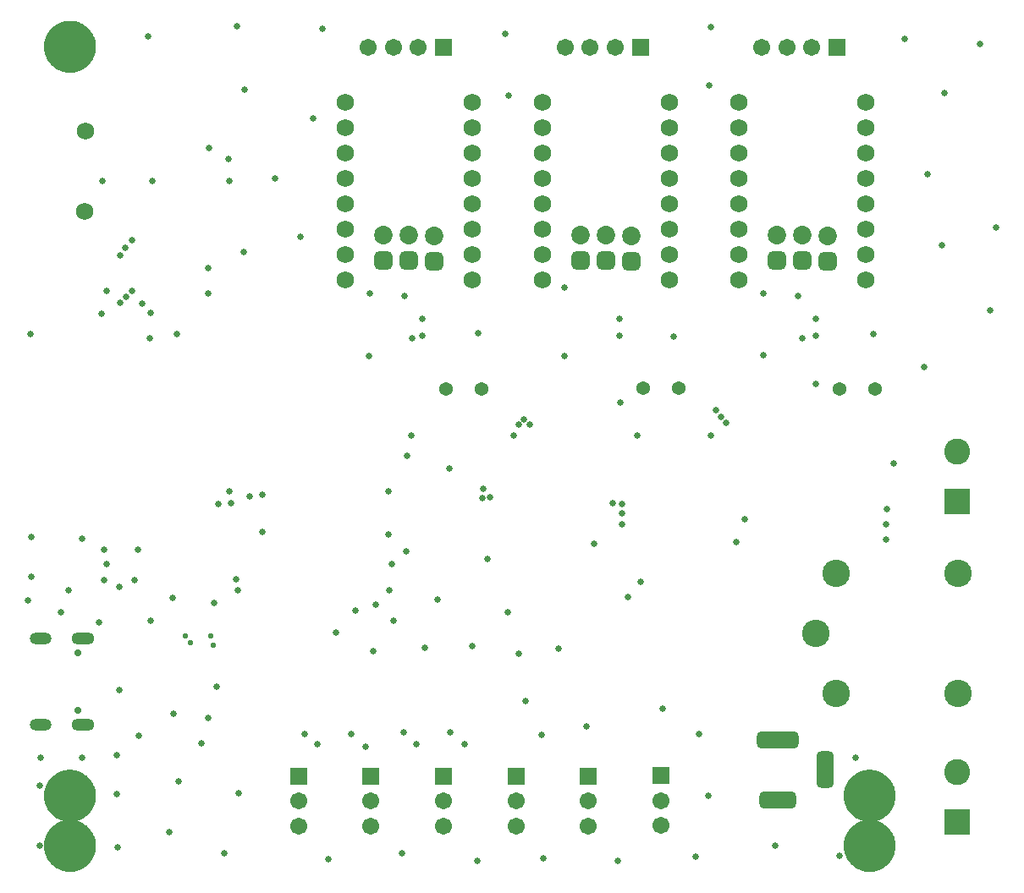
<source format=gbs>
G04*
G04 #@! TF.GenerationSoftware,Altium Limited,Altium Designer,24.10.1 (45)*
G04*
G04 Layer_Color=16711935*
%FSLAX44Y44*%
%MOMM*%
G71*
G04*
G04 #@! TF.SameCoordinates,0EDCD7A5-6BC7-414E-B131-C269EAA69737*
G04*
G04*
G04 #@! TF.FilePolarity,Negative*
G04*
G01*
G75*
%ADD74C,1.3716*%
%ADD75C,1.8542*%
G04:AMPARAMS|DCode=76|XSize=1.8542mm|YSize=1.8542mm|CornerRadius=0.5143mm|HoleSize=0mm|Usage=FLASHONLY|Rotation=90.000|XOffset=0mm|YOffset=0mm|HoleType=Round|Shape=RoundedRectangle|*
%AMROUNDEDRECTD76*
21,1,1.8542,0.8255,0,0,90.0*
21,1,0.8255,1.8542,0,0,90.0*
1,1,1.0287,0.4128,0.4128*
1,1,1.0287,0.4128,-0.4128*
1,1,1.0287,-0.4128,-0.4128*
1,1,1.0287,-0.4128,0.4128*
%
%ADD76ROUNDEDRECTD76*%
%ADD77C,1.7524*%
%ADD78C,2.7432*%
%ADD79R,2.6032X2.6032*%
%ADD80C,2.6032*%
%ADD81C,1.7272*%
%ADD82C,1.7112*%
%ADD83R,1.7112X1.7112*%
G04:AMPARAMS|DCode=84|XSize=1.7032mm|YSize=3.7032mm|CornerRadius=0.4766mm|HoleSize=0mm|Usage=FLASHONLY|Rotation=0.000|XOffset=0mm|YOffset=0mm|HoleType=Round|Shape=RoundedRectangle|*
%AMROUNDEDRECTD84*
21,1,1.7032,2.7500,0,0,0.0*
21,1,0.7500,3.7032,0,0,0.0*
1,1,0.9532,0.3750,-1.3750*
1,1,0.9532,-0.3750,-1.3750*
1,1,0.9532,-0.3750,1.3750*
1,1,0.9532,0.3750,1.3750*
%
%ADD84ROUNDEDRECTD84*%
G04:AMPARAMS|DCode=85|XSize=1.7032mm|YSize=3.7032mm|CornerRadius=0.4766mm|HoleSize=0mm|Usage=FLASHONLY|Rotation=270.000|XOffset=0mm|YOffset=0mm|HoleType=Round|Shape=RoundedRectangle|*
%AMROUNDEDRECTD85*
21,1,1.7032,2.7500,0,0,270.0*
21,1,0.7500,3.7032,0,0,270.0*
1,1,0.9532,-1.3750,-0.3750*
1,1,0.9532,-1.3750,0.3750*
1,1,0.9532,1.3750,0.3750*
1,1,0.9532,1.3750,-0.3750*
%
%ADD85ROUNDEDRECTD85*%
G04:AMPARAMS|DCode=86|XSize=1.7032mm|YSize=4.2032mm|CornerRadius=0.4766mm|HoleSize=0mm|Usage=FLASHONLY|Rotation=90.000|XOffset=0mm|YOffset=0mm|HoleType=Round|Shape=RoundedRectangle|*
%AMROUNDEDRECTD86*
21,1,1.7032,3.2500,0,0,90.0*
21,1,0.7500,4.2032,0,0,90.0*
1,1,0.9532,1.6250,0.3750*
1,1,0.9532,1.6250,-0.3750*
1,1,0.9532,-1.6250,-0.3750*
1,1,0.9532,-1.6250,0.3750*
%
%ADD86ROUNDEDRECTD86*%
%ADD87C,0.7414*%
%ADD88O,2.3032X1.2532*%
%ADD89O,2.2032X1.2032*%
%ADD90R,1.7112X1.7112*%
%ADD91C,0.6604*%
%ADD92C,0.5588*%
G36*
X51685Y855990D02*
X51794D01*
X51903Y855985D01*
X52012Y855983D01*
X52121Y855976D01*
X52230Y855971D01*
X52340Y855962D01*
X52448Y855954D01*
X52556Y855943D01*
X52665Y855933D01*
X52773Y855919D01*
X52882Y855907D01*
X52990Y855890D01*
X53098Y855876D01*
X53205Y855857D01*
X53313Y855841D01*
X53420Y855819D01*
X53527Y855800D01*
X56618Y855185D01*
X56725Y855162D01*
X56832Y855141D01*
X56939Y855115D01*
X57045Y855091D01*
X57149Y855063D01*
X57256Y855037D01*
X57362Y855006D01*
X57466Y854978D01*
X57570Y854945D01*
X57675Y854915D01*
X57778Y854880D01*
X57882Y854847D01*
X57985Y854810D01*
X58088Y854774D01*
X58191Y854734D01*
X58292Y854697D01*
X58392Y854656D01*
X58495Y854616D01*
X61407Y853410D01*
X61507Y853366D01*
X61607Y853324D01*
X61706Y853278D01*
X61806Y853234D01*
X61903Y853186D01*
X62003Y853140D01*
X62100Y853089D01*
X62197Y853041D01*
X62293Y852989D01*
X62390Y852939D01*
X62484Y852884D01*
X62580Y852831D01*
X62674Y852775D01*
X62768Y852720D01*
X62860Y852662D01*
X62953Y852605D01*
X63043Y852545D01*
X63136Y852486D01*
X65757Y850735D01*
X65846Y850672D01*
X65937Y850612D01*
X66025Y850547D01*
X66114Y850484D01*
X66200Y850418D01*
X66289Y850354D01*
X66374Y850285D01*
X66460Y850219D01*
X66543Y850149D01*
X66629Y850080D01*
X66711Y850008D01*
X66795Y849938D01*
X66875Y849865D01*
X66957Y849793D01*
X67036Y849717D01*
X67116Y849643D01*
X67193Y849567D01*
X67272Y849491D01*
X69501Y847262D01*
X69577Y847183D01*
X69654Y847106D01*
X69727Y847026D01*
X69803Y846947D01*
X69875Y846865D01*
X69948Y846785D01*
X70019Y846701D01*
X70090Y846619D01*
X70159Y846533D01*
X70229Y846450D01*
X70295Y846364D01*
X70364Y846279D01*
X70428Y846190D01*
X70494Y846104D01*
X70557Y846015D01*
X70622Y845927D01*
X70682Y845836D01*
X70745Y845747D01*
X72496Y843126D01*
X72555Y843034D01*
X72615Y842943D01*
X72672Y842850D01*
X72730Y842758D01*
X72784Y842664D01*
X72841Y842570D01*
X72895Y842473D01*
X72948Y842380D01*
X72998Y842284D01*
X73051Y842188D01*
X73100Y842090D01*
X73150Y841993D01*
X73196Y841894D01*
X73244Y841796D01*
X73289Y841696D01*
X73334Y841597D01*
X73376Y841498D01*
X73420Y841397D01*
X74626Y838485D01*
X74666Y838382D01*
X74707Y838282D01*
X74745Y838180D01*
X74784Y838078D01*
X74819Y837976D01*
X74857Y837872D01*
X74890Y837768D01*
X74925Y837665D01*
X74955Y837560D01*
X74988Y837456D01*
X75016Y837351D01*
X75047Y837246D01*
X75073Y837140D01*
X75101Y837035D01*
X75125Y836928D01*
X75150Y836822D01*
X75172Y836715D01*
X75195Y836609D01*
X75810Y833517D01*
X75829Y833410D01*
X75851Y833303D01*
X75867Y833195D01*
X75886Y833088D01*
X75900Y832980D01*
X75917Y832872D01*
X75929Y832763D01*
X75943Y832655D01*
X75953Y832546D01*
X75964Y832438D01*
X75971Y832329D01*
X75981Y832220D01*
X75986Y832111D01*
X75993Y832002D01*
X75995Y831893D01*
X76000Y831784D01*
Y831675D01*
X76002Y831566D01*
Y829990D01*
Y828414D01*
X76000Y828305D01*
Y828196D01*
X75995Y828087D01*
X75993Y827978D01*
X75986Y827869D01*
X75981Y827760D01*
X75971Y827651D01*
X75964Y827542D01*
X75953Y827434D01*
X75943Y827325D01*
X75929Y827217D01*
X75917Y827109D01*
X75900Y827000D01*
X75886Y826893D01*
X75867Y826785D01*
X75851Y826677D01*
X75829Y826571D01*
X75810Y826463D01*
X75195Y823372D01*
X75172Y823265D01*
X75150Y823158D01*
X75125Y823052D01*
X75101Y822946D01*
X75073Y822841D01*
X75047Y822734D01*
X75016Y822628D01*
X74988Y822524D01*
X74955Y822421D01*
X74925Y822315D01*
X74890Y822212D01*
X74857Y822108D01*
X74820Y822006D01*
X74784Y821902D01*
X74745Y821799D01*
X74707Y821698D01*
X74666Y821598D01*
X74626Y821495D01*
X73420Y818584D01*
X73376Y818483D01*
X73334Y818383D01*
X73288Y818284D01*
X73244Y818184D01*
X73196Y818087D01*
X73150Y817987D01*
X73099Y817890D01*
X73051Y817793D01*
X72999Y817697D01*
X72948Y817600D01*
X72894Y817506D01*
X72841Y817410D01*
X72785Y817317D01*
X72730Y817222D01*
X72671Y817130D01*
X72615Y817037D01*
X72555Y816947D01*
X72496Y816854D01*
X70745Y814234D01*
X70682Y814144D01*
X70622Y814054D01*
X70557Y813966D01*
X70494Y813876D01*
X70428Y813790D01*
X70364Y813702D01*
X70295Y813616D01*
X70229Y813530D01*
X70159Y813447D01*
X70090Y813361D01*
X70019Y813279D01*
X69948Y813196D01*
X69875Y813115D01*
X69803Y813033D01*
X69727Y812954D01*
X69654Y812874D01*
X69577Y812797D01*
X69501Y812718D01*
X67272Y810489D01*
X67193Y810414D01*
X67116Y810337D01*
X67036Y810263D01*
X66957Y810188D01*
X66875Y810116D01*
X66795Y810042D01*
X66711Y809972D01*
X66629Y809900D01*
X66543Y809831D01*
X66460Y809761D01*
X66374Y809696D01*
X66289Y809627D01*
X66200Y809562D01*
X66114Y809496D01*
X66025Y809433D01*
X65937Y809369D01*
X65846Y809308D01*
X65757Y809245D01*
X63136Y807494D01*
X63044Y807436D01*
X62953Y807375D01*
X62860Y807318D01*
X62768Y807260D01*
X62674Y807206D01*
X62580Y807149D01*
X62483Y807096D01*
X62390Y807042D01*
X62294Y806992D01*
X62198Y806939D01*
X62100Y806891D01*
X62003Y806840D01*
X61904Y806794D01*
X61806Y806746D01*
X61706Y806702D01*
X61607Y806656D01*
X61508Y806615D01*
X61407Y806570D01*
X58495Y805364D01*
X58393Y805324D01*
X58292Y805283D01*
X58190Y805245D01*
X58088Y805206D01*
X57986Y805171D01*
X57882Y805133D01*
X57778Y805100D01*
X57675Y805066D01*
X57570Y805035D01*
X57466Y805002D01*
X57361Y804974D01*
X57256Y804943D01*
X57150Y804918D01*
X57045Y804889D01*
X56938Y804866D01*
X56832Y804840D01*
X56726Y804818D01*
X56618Y804795D01*
X53527Y804180D01*
X53419Y804161D01*
X53313Y804140D01*
X53205Y804123D01*
X53098Y804104D01*
X52990Y804090D01*
X52882Y804073D01*
X52773Y804061D01*
X52665Y804047D01*
X52556Y804038D01*
X52448Y804026D01*
X52339Y804019D01*
X52230Y804009D01*
X52121Y804004D01*
X52012Y803997D01*
X51903Y803995D01*
X51794Y803990D01*
X51685D01*
X51576Y803988D01*
X48424D01*
X48315Y803990D01*
X48206D01*
X48097Y803995D01*
X47988Y803997D01*
X47879Y804004D01*
X47770Y804009D01*
X47661Y804019D01*
X47552Y804026D01*
X47444Y804038D01*
X47335Y804047D01*
X47228Y804061D01*
X47119Y804073D01*
X47011Y804090D01*
X46903Y804104D01*
X46795Y804123D01*
X46687Y804140D01*
X46581Y804161D01*
X46473Y804180D01*
X43382Y804795D01*
X43275Y804818D01*
X43168Y804840D01*
X43062Y804866D01*
X42956Y804889D01*
X42851Y804917D01*
X42744Y804943D01*
X42639Y804974D01*
X42534Y805002D01*
X42430Y805035D01*
X42325Y805066D01*
X42222Y805100D01*
X42118Y805133D01*
X42016Y805171D01*
X41912Y805206D01*
X41810Y805246D01*
X41708Y805283D01*
X41608Y805324D01*
X41505Y805364D01*
X38593Y806570D01*
X38493Y806614D01*
X38393Y806656D01*
X38294Y806702D01*
X38194Y806746D01*
X38097Y806794D01*
X37997Y806840D01*
X37900Y806891D01*
X37803Y806939D01*
X37707Y806992D01*
X37610Y807042D01*
X37516Y807096D01*
X37420Y807149D01*
X37327Y807206D01*
X37232Y807260D01*
X37140Y807319D01*
X37047Y807375D01*
X36957Y807436D01*
X36864Y807494D01*
X34244Y809245D01*
X34154Y809308D01*
X34064Y809369D01*
X33976Y809433D01*
X33886Y809496D01*
X33800Y809562D01*
X33712Y809627D01*
X33626Y809696D01*
X33540Y809761D01*
X33457Y809831D01*
X33371Y809900D01*
X33289Y809972D01*
X33206Y810042D01*
X33125Y810116D01*
X33043Y810188D01*
X32964Y810263D01*
X32884Y810337D01*
X32807Y810414D01*
X32728Y810489D01*
X30499Y812718D01*
X30424Y812797D01*
X30347Y812874D01*
X30273Y812954D01*
X30198Y813033D01*
X30126Y813115D01*
X30052Y813196D01*
X29982Y813279D01*
X29910Y813361D01*
X29841Y813447D01*
X29771Y813530D01*
X29706Y813616D01*
X29637Y813702D01*
X29572Y813790D01*
X29506Y813876D01*
X29443Y813966D01*
X29379Y814054D01*
X29318Y814144D01*
X29255Y814234D01*
X27504Y816854D01*
X27446Y816946D01*
X27385Y817037D01*
X27328Y817131D01*
X27270Y817222D01*
X27216Y817316D01*
X27159Y817410D01*
X27106Y817507D01*
X27052Y817600D01*
X27002Y817696D01*
X26949Y817793D01*
X26901Y817890D01*
X26850Y817987D01*
X26804Y818086D01*
X26756Y818184D01*
X26712Y818285D01*
X26666Y818383D01*
X26625Y818483D01*
X26580Y818584D01*
X25374Y821495D01*
X25334Y821598D01*
X25293Y821698D01*
X25255Y821801D01*
X25216Y821902D01*
X25181Y822005D01*
X25143Y822108D01*
X25110Y822213D01*
X25076Y822315D01*
X25045Y822420D01*
X25012Y822524D01*
X24984Y822629D01*
X24953Y822734D01*
X24927Y822840D01*
X24899Y822946D01*
X24876Y823052D01*
X24850Y823158D01*
X24829Y823265D01*
X24805Y823372D01*
X24190Y826463D01*
X24171Y826571D01*
X24150Y826677D01*
X24133Y826785D01*
X24114Y826893D01*
X24100Y827001D01*
X24083Y827109D01*
X24071Y827217D01*
X24057Y827325D01*
X24048Y827434D01*
X24036Y827542D01*
X24029Y827651D01*
X24019Y827760D01*
X24014Y827869D01*
X24007Y827978D01*
X24005Y828087D01*
X24000Y828196D01*
Y828305D01*
X23998Y828414D01*
Y829990D01*
Y831566D01*
X24000Y831675D01*
Y831784D01*
X24005Y831893D01*
X24007Y832002D01*
X24014Y832111D01*
X24019Y832220D01*
X24029Y832329D01*
X24036Y832438D01*
X24048Y832546D01*
X24057Y832655D01*
X24071Y832763D01*
X24083Y832872D01*
X24100Y832980D01*
X24114Y833087D01*
X24133Y833195D01*
X24150Y833303D01*
X24171Y833409D01*
X24190Y833517D01*
X24805Y836609D01*
X24829Y836715D01*
X24850Y836822D01*
X24876Y836928D01*
X24899Y837035D01*
X24927Y837139D01*
X24953Y837246D01*
X24984Y837351D01*
X25012Y837456D01*
X25045Y837560D01*
X25076Y837665D01*
X25110Y837768D01*
X25143Y837872D01*
X25181Y837975D01*
X25216Y838078D01*
X25256Y838181D01*
X25293Y838282D01*
X25334Y838382D01*
X25374Y838485D01*
X26580Y841397D01*
X26624Y841497D01*
X26666Y841597D01*
X26712Y841696D01*
X26756Y841796D01*
X26804Y841893D01*
X26850Y841993D01*
X26901Y842090D01*
X26949Y842188D01*
X27002Y842283D01*
X27052Y842380D01*
X27106Y842474D01*
X27159Y842570D01*
X27215Y842664D01*
X27270Y842758D01*
X27329Y842850D01*
X27385Y842943D01*
X27445Y843034D01*
X27504Y843126D01*
X29255Y845747D01*
X29318Y845836D01*
X29379Y845927D01*
X29443Y846015D01*
X29506Y846104D01*
X29572Y846190D01*
X29637Y846279D01*
X29706Y846364D01*
X29771Y846450D01*
X29841Y846533D01*
X29910Y846619D01*
X29982Y846701D01*
X30052Y846785D01*
X30126Y846865D01*
X30198Y846947D01*
X30273Y847026D01*
X30347Y847106D01*
X30424Y847183D01*
X30499Y847262D01*
X32728Y849491D01*
X32807Y849566D01*
X32884Y849643D01*
X32964Y849717D01*
X33043Y849793D01*
X33125Y849865D01*
X33206Y849938D01*
X33289Y850008D01*
X33371Y850080D01*
X33457Y850149D01*
X33540Y850219D01*
X33626Y850285D01*
X33712Y850354D01*
X33800Y850418D01*
X33886Y850484D01*
X33976Y850547D01*
X34064Y850612D01*
X34154Y850672D01*
X34244Y850735D01*
X36864Y852486D01*
X36957Y852545D01*
X37047Y852605D01*
X37141Y852662D01*
X37232Y852720D01*
X37326Y852774D01*
X37420Y852831D01*
X37517Y852885D01*
X37610Y852939D01*
X37706Y852989D01*
X37803Y853041D01*
X37901Y853090D01*
X37997Y853140D01*
X38096Y853186D01*
X38194Y853234D01*
X38294Y853279D01*
X38393Y853324D01*
X38493Y853366D01*
X38593Y853410D01*
X41505Y854616D01*
X41608Y854656D01*
X41708Y854697D01*
X41810Y854735D01*
X41912Y854774D01*
X42015Y854809D01*
X42118Y854847D01*
X42222Y854880D01*
X42325Y854915D01*
X42430Y854945D01*
X42534Y854978D01*
X42639Y855006D01*
X42744Y855037D01*
X42850Y855063D01*
X42956Y855091D01*
X43062Y855115D01*
X43168Y855141D01*
X43275Y855162D01*
X43382Y855185D01*
X46473Y855800D01*
X46581Y855819D01*
X46687Y855841D01*
X46795Y855857D01*
X46903Y855876D01*
X47010Y855890D01*
X47119Y855907D01*
X47227Y855919D01*
X47335Y855933D01*
X47444Y855943D01*
X47552Y855954D01*
X47661Y855962D01*
X47770Y855971D01*
X47880Y855976D01*
X47988Y855983D01*
X48097Y855985D01*
X48206Y855990D01*
X48315D01*
X48424Y855993D01*
X51576D01*
X51685Y855990D01*
D02*
G37*
G36*
X851685Y106000D02*
X851794D01*
X851903Y105995D01*
X852012Y105993D01*
X852121Y105986D01*
X852230Y105981D01*
X852339Y105971D01*
X852448Y105964D01*
X852556Y105953D01*
X852665Y105943D01*
X852773Y105929D01*
X852882Y105917D01*
X852990Y105900D01*
X853098Y105886D01*
X853205Y105867D01*
X853313Y105850D01*
X853420Y105829D01*
X853527Y105810D01*
X856619Y105195D01*
X856725Y105172D01*
X856832Y105150D01*
X856938Y105124D01*
X857045Y105101D01*
X857150Y105073D01*
X857256Y105047D01*
X857361Y105016D01*
X857466Y104988D01*
X857570Y104955D01*
X857675Y104924D01*
X857778Y104890D01*
X857882Y104857D01*
X857986Y104819D01*
X858088Y104784D01*
X858190Y104745D01*
X858292Y104707D01*
X858392Y104666D01*
X858495Y104626D01*
X861407Y103420D01*
X861507Y103376D01*
X861607Y103334D01*
X861706Y103288D01*
X861806Y103244D01*
X861904Y103196D01*
X862003Y103150D01*
X862100Y103099D01*
X862198Y103051D01*
X862294Y102998D01*
X862390Y102948D01*
X862483Y102894D01*
X862580Y102841D01*
X862674Y102784D01*
X862768Y102730D01*
X862860Y102672D01*
X862953Y102615D01*
X863044Y102555D01*
X863136Y102496D01*
X865757Y100745D01*
X865846Y100682D01*
X865937Y100622D01*
X866025Y100557D01*
X866114Y100494D01*
X866200Y100428D01*
X866289Y100363D01*
X866374Y100295D01*
X866460Y100229D01*
X866543Y100159D01*
X866629Y100090D01*
X866711Y100018D01*
X866795Y99948D01*
X866875Y99874D01*
X866957Y99803D01*
X867036Y99727D01*
X867116Y99653D01*
X867193Y99576D01*
X867272Y99501D01*
X869501Y97272D01*
X869577Y97193D01*
X869653Y97116D01*
X869727Y97036D01*
X869803Y96957D01*
X869874Y96875D01*
X869948Y96794D01*
X870018Y96711D01*
X870090Y96629D01*
X870159Y96543D01*
X870229Y96460D01*
X870295Y96374D01*
X870364Y96288D01*
X870428Y96200D01*
X870495Y96114D01*
X870557Y96025D01*
X870622Y95936D01*
X870682Y95846D01*
X870745Y95756D01*
X872496Y93136D01*
X872555Y93043D01*
X872615Y92953D01*
X872672Y92860D01*
X872730Y92768D01*
X872785Y92673D01*
X872841Y92580D01*
X872894Y92484D01*
X872949Y92390D01*
X872999Y92293D01*
X873051Y92197D01*
X873099Y92100D01*
X873150Y92003D01*
X873196Y91903D01*
X873244Y91806D01*
X873288Y91706D01*
X873334Y91607D01*
X873376Y91507D01*
X873420Y91407D01*
X874626Y88495D01*
X874666Y88392D01*
X874707Y88292D01*
X874744Y88191D01*
X874784Y88088D01*
X874820Y87985D01*
X874857Y87882D01*
X874890Y87778D01*
X874925Y87675D01*
X874955Y87570D01*
X874988Y87466D01*
X875016Y87362D01*
X875047Y87256D01*
X875073Y87149D01*
X875101Y87044D01*
X875125Y86938D01*
X875151Y86832D01*
X875172Y86725D01*
X875195Y86618D01*
X875810Y83527D01*
X875829Y83420D01*
X875851Y83313D01*
X875867Y83205D01*
X875886Y83097D01*
X875900Y82990D01*
X875917Y82881D01*
X875929Y82773D01*
X875943Y82665D01*
X875953Y82556D01*
X875964Y82448D01*
X875972Y82339D01*
X875981Y82230D01*
X875986Y82121D01*
X875993Y82012D01*
X875995Y81903D01*
X876000Y81794D01*
Y81685D01*
X876003Y81576D01*
Y80000D01*
Y78424D01*
X876000Y78315D01*
Y78206D01*
X875995Y78097D01*
X875993Y77988D01*
X875986Y77879D01*
X875981Y77770D01*
X875972Y77661D01*
X875964Y77552D01*
X875953Y77444D01*
X875943Y77335D01*
X875929Y77227D01*
X875917Y77119D01*
X875900Y77010D01*
X875886Y76902D01*
X875867Y76795D01*
X875851Y76687D01*
X875829Y76580D01*
X875810Y76473D01*
X875195Y73382D01*
X875172Y73275D01*
X875151Y73168D01*
X875125Y73062D01*
X875101Y72955D01*
X875073Y72850D01*
X875047Y72744D01*
X875016Y72639D01*
X874988Y72534D01*
X874955Y72430D01*
X874925Y72325D01*
X874890Y72222D01*
X874857Y72118D01*
X874819Y72014D01*
X874784Y71912D01*
X874745Y71810D01*
X874707Y71708D01*
X874666Y71608D01*
X874626Y71505D01*
X873420Y68593D01*
X873376Y68492D01*
X873334Y68393D01*
X873289Y68294D01*
X873244Y68194D01*
X873196Y68096D01*
X873150Y67997D01*
X873100Y67900D01*
X873051Y67803D01*
X872999Y67706D01*
X872949Y67610D01*
X872895Y67517D01*
X872841Y67420D01*
X872784Y67326D01*
X872730Y67232D01*
X872672Y67140D01*
X872615Y67047D01*
X872555Y66956D01*
X872496Y66864D01*
X870745Y64244D01*
X870682Y64154D01*
X870622Y64063D01*
X870557Y63975D01*
X870495Y63886D01*
X870428Y63800D01*
X870364Y63712D01*
X870295Y63626D01*
X870229Y63540D01*
X870159Y63457D01*
X870090Y63371D01*
X870018Y63289D01*
X869948Y63205D01*
X869874Y63125D01*
X869803Y63043D01*
X869727Y62964D01*
X869653Y62884D01*
X869576Y62807D01*
X869501Y62728D01*
X867272Y60499D01*
X867193Y60423D01*
X867116Y60347D01*
X867036Y60273D01*
X866957Y60197D01*
X866875Y60126D01*
X866795Y60052D01*
X866711Y59982D01*
X866629Y59910D01*
X866543Y59841D01*
X866460Y59771D01*
X866374Y59705D01*
X866289Y59637D01*
X866200Y59572D01*
X866114Y59506D01*
X866025Y59443D01*
X865937Y59378D01*
X865846Y59318D01*
X865757Y59255D01*
X863136Y57504D01*
X863044Y57445D01*
X862953Y57385D01*
X862860Y57329D01*
X862768Y57270D01*
X862674Y57215D01*
X862580Y57159D01*
X862484Y57106D01*
X862390Y57052D01*
X862293Y57001D01*
X862197Y56949D01*
X862100Y56901D01*
X862003Y56850D01*
X861903Y56804D01*
X861806Y56756D01*
X861706Y56712D01*
X861607Y56666D01*
X861507Y56624D01*
X861407Y56580D01*
X858495Y55374D01*
X858392Y55334D01*
X858292Y55293D01*
X858191Y55256D01*
X858088Y55216D01*
X857985Y55181D01*
X857882Y55143D01*
X857778Y55110D01*
X857675Y55075D01*
X857570Y55045D01*
X857466Y55012D01*
X857402Y54995D01*
X857466Y54978D01*
X857570Y54945D01*
X857675Y54915D01*
X857778Y54880D01*
X857882Y54847D01*
X857986Y54809D01*
X858088Y54774D01*
X858190Y54735D01*
X858292Y54697D01*
X858392Y54656D01*
X858495Y54616D01*
X861407Y53410D01*
X861507Y53366D01*
X861607Y53324D01*
X861706Y53279D01*
X861806Y53234D01*
X861904Y53186D01*
X862003Y53140D01*
X862100Y53090D01*
X862197Y53041D01*
X862294Y52989D01*
X862390Y52938D01*
X862483Y52885D01*
X862580Y52831D01*
X862674Y52774D01*
X862768Y52720D01*
X862860Y52662D01*
X862953Y52605D01*
X863044Y52545D01*
X863136Y52486D01*
X865756Y50735D01*
X865846Y50672D01*
X865937Y50612D01*
X866025Y50547D01*
X866114Y50484D01*
X866200Y50418D01*
X866289Y50354D01*
X866374Y50285D01*
X866460Y50219D01*
X866543Y50149D01*
X866629Y50080D01*
X866711Y50009D01*
X866794Y49938D01*
X866875Y49865D01*
X866957Y49793D01*
X867036Y49717D01*
X867116Y49644D01*
X867193Y49566D01*
X867272Y49491D01*
X869501Y47262D01*
X869576Y47183D01*
X869653Y47106D01*
X869727Y47026D01*
X869802Y46947D01*
X869874Y46865D01*
X869948Y46785D01*
X870018Y46701D01*
X870090Y46619D01*
X870159Y46533D01*
X870229Y46450D01*
X870295Y46364D01*
X870363Y46279D01*
X870428Y46190D01*
X870494Y46104D01*
X870557Y46015D01*
X870621Y45927D01*
X870682Y45836D01*
X870745Y45746D01*
X872496Y43126D01*
X872555Y43033D01*
X872615Y42943D01*
X872671Y42850D01*
X872730Y42758D01*
X872785Y42664D01*
X872841Y42570D01*
X872894Y42474D01*
X872948Y42380D01*
X872999Y42283D01*
X873051Y42188D01*
X873099Y42090D01*
X873150Y41993D01*
X873196Y41893D01*
X873244Y41796D01*
X873288Y41696D01*
X873334Y41597D01*
X873376Y41497D01*
X873420Y41397D01*
X874626Y38485D01*
X874666Y38382D01*
X874707Y38282D01*
X874744Y38181D01*
X874784Y38078D01*
X874819Y37975D01*
X874857Y37872D01*
X874890Y37768D01*
X874924Y37665D01*
X874955Y37560D01*
X874988Y37456D01*
X875016Y37352D01*
X875047Y37246D01*
X875073Y37139D01*
X875101Y37035D01*
X875124Y36929D01*
X875150Y36822D01*
X875172Y36715D01*
X875195Y36609D01*
X875810Y33517D01*
X875829Y33410D01*
X875850Y33303D01*
X875867Y33195D01*
X875886Y33088D01*
X875900Y32980D01*
X875917Y32872D01*
X875929Y32763D01*
X875943Y32655D01*
X875953Y32546D01*
X875964Y32438D01*
X875971Y32329D01*
X875981Y32220D01*
X875986Y32111D01*
X875993Y32002D01*
X875995Y31893D01*
X876000Y31784D01*
Y31675D01*
X876002Y31566D01*
Y29990D01*
Y28414D01*
X876000Y28305D01*
Y28196D01*
X875995Y28087D01*
X875993Y27978D01*
X875986Y27870D01*
X875981Y27760D01*
X875971Y27651D01*
X875964Y27543D01*
X875953Y27434D01*
X875943Y27325D01*
X875929Y27217D01*
X875917Y27109D01*
X875900Y27000D01*
X875886Y26893D01*
X875867Y26785D01*
X875850Y26677D01*
X875829Y26570D01*
X875810Y26463D01*
X875195Y23372D01*
X875172Y23265D01*
X875150Y23158D01*
X875124Y23052D01*
X875101Y22946D01*
X875073Y22840D01*
X875047Y22734D01*
X875016Y22629D01*
X874988Y22524D01*
X874955Y22420D01*
X874924Y22315D01*
X874890Y22213D01*
X874857Y22108D01*
X874819Y22005D01*
X874784Y21902D01*
X874745Y21800D01*
X874707Y21698D01*
X874666Y21598D01*
X874626Y21495D01*
X873420Y18584D01*
X873376Y18483D01*
X873334Y18383D01*
X873288Y18284D01*
X873244Y18184D01*
X873196Y18086D01*
X873150Y17987D01*
X873099Y17890D01*
X873051Y17793D01*
X872998Y17696D01*
X872948Y17600D01*
X872894Y17507D01*
X872841Y17410D01*
X872784Y17316D01*
X872730Y17222D01*
X872672Y17131D01*
X872615Y17037D01*
X872554Y16947D01*
X872496Y16854D01*
X870745Y14234D01*
X870682Y14144D01*
X870621Y14054D01*
X870557Y13966D01*
X870494Y13876D01*
X870428Y13790D01*
X870363Y13702D01*
X870295Y13616D01*
X870229Y13530D01*
X870159Y13447D01*
X870090Y13361D01*
X870018Y13279D01*
X869948Y13196D01*
X869874Y13115D01*
X869802Y13033D01*
X869727Y12954D01*
X869653Y12874D01*
X869576Y12797D01*
X869501Y12718D01*
X867272Y10489D01*
X867193Y10414D01*
X867116Y10337D01*
X867036Y10263D01*
X866957Y10188D01*
X866875Y10116D01*
X866794Y10042D01*
X866711Y9972D01*
X866629Y9900D01*
X866543Y9831D01*
X866460Y9761D01*
X866374Y9696D01*
X866289Y9627D01*
X866200Y9562D01*
X866114Y9496D01*
X866025Y9433D01*
X865937Y9369D01*
X865846Y9308D01*
X865756Y9245D01*
X863136Y7494D01*
X863043Y7436D01*
X862953Y7375D01*
X862860Y7319D01*
X862768Y7260D01*
X862673Y7206D01*
X862580Y7149D01*
X862484Y7096D01*
X862390Y7042D01*
X862293Y6992D01*
X862197Y6939D01*
X862100Y6891D01*
X862003Y6840D01*
X861903Y6794D01*
X861806Y6746D01*
X861706Y6702D01*
X861607Y6656D01*
X861507Y6614D01*
X861407Y6570D01*
X858495Y5364D01*
X858392Y5324D01*
X858292Y5283D01*
X858191Y5246D01*
X858088Y5206D01*
X857985Y5171D01*
X857882Y5133D01*
X857778Y5100D01*
X857675Y5066D01*
X857570Y5035D01*
X857466Y5002D01*
X857361Y4974D01*
X857256Y4943D01*
X857149Y4917D01*
X857044Y4889D01*
X856938Y4866D01*
X856832Y4840D01*
X856725Y4818D01*
X856618Y4795D01*
X853527Y4180D01*
X853419Y4161D01*
X853313Y4140D01*
X853205Y4123D01*
X853097Y4104D01*
X852989Y4090D01*
X852881Y4073D01*
X852773Y4061D01*
X852665Y4047D01*
X852556Y4038D01*
X852448Y4026D01*
X852339Y4019D01*
X852230Y4009D01*
X852121Y4004D01*
X852012Y3997D01*
X851903Y3995D01*
X851794Y3990D01*
X851685D01*
X851576Y3988D01*
X848424D01*
X848315Y3990D01*
X848206D01*
X848097Y3995D01*
X847988Y3997D01*
X847879Y4004D01*
X847770Y4009D01*
X847661Y4019D01*
X847552Y4026D01*
X847444Y4038D01*
X847335Y4047D01*
X847227Y4061D01*
X847119Y4073D01*
X847011Y4090D01*
X846903Y4104D01*
X846795Y4123D01*
X846687Y4140D01*
X846581Y4161D01*
X846473Y4180D01*
X843382Y4795D01*
X843275Y4818D01*
X843168Y4840D01*
X843062Y4866D01*
X842956Y4889D01*
X842850Y4918D01*
X842744Y4943D01*
X842639Y4974D01*
X842534Y5002D01*
X842430Y5035D01*
X842325Y5066D01*
X842223Y5100D01*
X842118Y5133D01*
X842014Y5171D01*
X841912Y5206D01*
X841810Y5245D01*
X841708Y5283D01*
X841608Y5324D01*
X841505Y5364D01*
X838593Y6570D01*
X838493Y6615D01*
X838393Y6656D01*
X838294Y6702D01*
X838194Y6746D01*
X838096Y6794D01*
X837997Y6840D01*
X837900Y6891D01*
X837803Y6939D01*
X837706Y6992D01*
X837610Y7042D01*
X837517Y7096D01*
X837420Y7149D01*
X837326Y7206D01*
X837232Y7260D01*
X837140Y7319D01*
X837047Y7375D01*
X836956Y7436D01*
X836864Y7494D01*
X834244Y9245D01*
X834154Y9308D01*
X834063Y9369D01*
X833975Y9433D01*
X833886Y9496D01*
X833800Y9562D01*
X833711Y9627D01*
X833626Y9696D01*
X833540Y9761D01*
X833457Y9831D01*
X833371Y9900D01*
X833289Y9972D01*
X833205Y10042D01*
X833125Y10116D01*
X833043Y10188D01*
X832964Y10263D01*
X832884Y10337D01*
X832807Y10414D01*
X832728Y10489D01*
X830499Y12718D01*
X830424Y12797D01*
X830347Y12874D01*
X830273Y12954D01*
X830198Y13033D01*
X830126Y13115D01*
X830052Y13196D01*
X829982Y13279D01*
X829910Y13361D01*
X829841Y13447D01*
X829771Y13530D01*
X829705Y13616D01*
X829637Y13702D01*
X829572Y13790D01*
X829506Y13876D01*
X829443Y13966D01*
X829379Y14054D01*
X829318Y14144D01*
X829255Y14234D01*
X827504Y16854D01*
X827445Y16947D01*
X827385Y17037D01*
X827329Y17130D01*
X827270Y17222D01*
X827215Y17317D01*
X827159Y17410D01*
X827106Y17506D01*
X827052Y17600D01*
X827001Y17697D01*
X826949Y17793D01*
X826901Y17890D01*
X826850Y17987D01*
X826804Y18087D01*
X826756Y18184D01*
X826712Y18284D01*
X826666Y18383D01*
X826624Y18483D01*
X826580Y18584D01*
X825374Y21495D01*
X825334Y21598D01*
X825293Y21698D01*
X825256Y21799D01*
X825216Y21902D01*
X825181Y22006D01*
X825143Y22108D01*
X825110Y22212D01*
X825075Y22315D01*
X825045Y22420D01*
X825012Y22524D01*
X824984Y22629D01*
X824953Y22734D01*
X824927Y22841D01*
X824899Y22946D01*
X824875Y23052D01*
X824850Y23158D01*
X824828Y23265D01*
X824805Y23372D01*
X824190Y26463D01*
X824171Y26571D01*
X824150Y26677D01*
X824133Y26785D01*
X824114Y26893D01*
X824100Y27001D01*
X824083Y27109D01*
X824071Y27218D01*
X824057Y27325D01*
X824048Y27434D01*
X824036Y27543D01*
X824029Y27651D01*
X824019Y27760D01*
X824014Y27869D01*
X824007Y27978D01*
X824005Y28087D01*
X824000Y28196D01*
Y28305D01*
X823998Y28414D01*
Y29990D01*
Y31566D01*
X824000Y31675D01*
Y31784D01*
X824005Y31893D01*
X824007Y32002D01*
X824014Y32111D01*
X824019Y32220D01*
X824029Y32329D01*
X824036Y32438D01*
X824048Y32546D01*
X824057Y32655D01*
X824071Y32763D01*
X824083Y32872D01*
X824100Y32980D01*
X824114Y33087D01*
X824133Y33195D01*
X824150Y33303D01*
X824171Y33409D01*
X824190Y33517D01*
X824805Y36609D01*
X824828Y36716D01*
X824850Y36822D01*
X824875Y36928D01*
X824899Y37034D01*
X824927Y37140D01*
X824953Y37246D01*
X824984Y37351D01*
X825012Y37456D01*
X825045Y37560D01*
X825075Y37665D01*
X825110Y37768D01*
X825143Y37872D01*
X825181Y37976D01*
X825216Y38078D01*
X825255Y38180D01*
X825293Y38282D01*
X825334Y38382D01*
X825374Y38485D01*
X826580Y41397D01*
X826624Y41498D01*
X826666Y41597D01*
X826712Y41696D01*
X826756Y41796D01*
X826804Y41894D01*
X826850Y41993D01*
X826900Y42090D01*
X826949Y42188D01*
X827002Y42284D01*
X827052Y42380D01*
X827105Y42473D01*
X827159Y42570D01*
X827216Y42664D01*
X827270Y42758D01*
X827328Y42850D01*
X827385Y42943D01*
X827446Y43034D01*
X827504Y43126D01*
X829255Y45746D01*
X829318Y45836D01*
X829379Y45927D01*
X829443Y46015D01*
X829506Y46104D01*
X829572Y46190D01*
X829637Y46279D01*
X829705Y46364D01*
X829771Y46450D01*
X829841Y46533D01*
X829910Y46619D01*
X829982Y46701D01*
X830052Y46785D01*
X830126Y46865D01*
X830198Y46947D01*
X830273Y47026D01*
X830347Y47106D01*
X830424Y47183D01*
X830499Y47262D01*
X832728Y49491D01*
X832807Y49567D01*
X832884Y49644D01*
X832964Y49717D01*
X833043Y49793D01*
X833125Y49865D01*
X833205Y49938D01*
X833289Y50009D01*
X833371Y50080D01*
X833457Y50149D01*
X833540Y50219D01*
X833626Y50285D01*
X833711Y50354D01*
X833800Y50418D01*
X833886Y50484D01*
X833975Y50547D01*
X834063Y50612D01*
X834154Y50672D01*
X834244Y50735D01*
X836864Y52486D01*
X836957Y52545D01*
X837047Y52605D01*
X837140Y52661D01*
X837232Y52720D01*
X837327Y52775D01*
X837420Y52831D01*
X837516Y52884D01*
X837610Y52938D01*
X837707Y52989D01*
X837803Y53041D01*
X837900Y53089D01*
X837997Y53140D01*
X838097Y53186D01*
X838194Y53234D01*
X838294Y53278D01*
X838393Y53324D01*
X838493Y53366D01*
X838593Y53410D01*
X841505Y54616D01*
X841608Y54656D01*
X841708Y54697D01*
X841809Y54735D01*
X841912Y54774D01*
X842016Y54810D01*
X842118Y54847D01*
X842222Y54880D01*
X842325Y54915D01*
X842430Y54945D01*
X842534Y54978D01*
X842598Y54995D01*
X842534Y55012D01*
X842430Y55045D01*
X842325Y55075D01*
X842223Y55110D01*
X842118Y55143D01*
X842015Y55181D01*
X841912Y55216D01*
X841811Y55255D01*
X841708Y55293D01*
X841608Y55334D01*
X841505Y55374D01*
X838594Y56580D01*
X838493Y56624D01*
X838393Y56666D01*
X838295Y56712D01*
X838194Y56756D01*
X838096Y56804D01*
X837997Y56850D01*
X837900Y56901D01*
X837803Y56949D01*
X837706Y57002D01*
X837610Y57052D01*
X837517Y57105D01*
X837420Y57159D01*
X837326Y57216D01*
X837232Y57270D01*
X837141Y57328D01*
X837047Y57385D01*
X836956Y57446D01*
X836864Y57504D01*
X834244Y59255D01*
X834154Y59318D01*
X834064Y59378D01*
X833976Y59443D01*
X833886Y59506D01*
X833800Y59572D01*
X833712Y59637D01*
X833626Y59705D01*
X833540Y59771D01*
X833457Y59841D01*
X833371Y59910D01*
X833289Y59982D01*
X833206Y60052D01*
X833125Y60126D01*
X833043Y60197D01*
X832964Y60273D01*
X832884Y60347D01*
X832807Y60424D01*
X832728Y60499D01*
X830499Y62728D01*
X830424Y62807D01*
X830347Y62884D01*
X830273Y62964D01*
X830198Y63043D01*
X830126Y63125D01*
X830052Y63205D01*
X829982Y63289D01*
X829910Y63371D01*
X829841Y63457D01*
X829771Y63540D01*
X829706Y63626D01*
X829637Y63712D01*
X829572Y63800D01*
X829506Y63886D01*
X829443Y63975D01*
X829379Y64063D01*
X829318Y64154D01*
X829255Y64244D01*
X827504Y66864D01*
X827446Y66957D01*
X827385Y67047D01*
X827329Y67140D01*
X827270Y67232D01*
X827215Y67326D01*
X827159Y67420D01*
X827106Y67516D01*
X827052Y67610D01*
X827001Y67707D01*
X826949Y67803D01*
X826901Y67900D01*
X826850Y67997D01*
X826804Y68097D01*
X826756Y68194D01*
X826712Y68294D01*
X826666Y68393D01*
X826624Y68493D01*
X826580Y68593D01*
X825374Y71505D01*
X825334Y71608D01*
X825293Y71708D01*
X825256Y71809D01*
X825216Y71912D01*
X825181Y72015D01*
X825143Y72118D01*
X825110Y72222D01*
X825076Y72325D01*
X825045Y72430D01*
X825012Y72534D01*
X824984Y72639D01*
X824953Y72744D01*
X824927Y72851D01*
X824899Y72956D01*
X824876Y73062D01*
X824850Y73168D01*
X824828Y73275D01*
X824805Y73382D01*
X824190Y76473D01*
X824171Y76581D01*
X824150Y76687D01*
X824133Y76795D01*
X824114Y76903D01*
X824100Y77011D01*
X824083Y77119D01*
X824071Y77227D01*
X824057Y77335D01*
X824048Y77444D01*
X824036Y77552D01*
X824029Y77661D01*
X824019Y77770D01*
X824014Y77879D01*
X824007Y77988D01*
X824005Y78097D01*
X824000Y78206D01*
Y78315D01*
X823998Y78424D01*
Y80000D01*
Y81576D01*
X824000Y81685D01*
Y81794D01*
X824005Y81903D01*
X824007Y82012D01*
X824014Y82121D01*
X824019Y82230D01*
X824029Y82339D01*
X824036Y82448D01*
X824048Y82556D01*
X824057Y82665D01*
X824071Y82773D01*
X824083Y82881D01*
X824100Y82989D01*
X824114Y83097D01*
X824133Y83205D01*
X824150Y83313D01*
X824171Y83419D01*
X824190Y83527D01*
X824805Y86618D01*
X824828Y86725D01*
X824850Y86832D01*
X824876Y86938D01*
X824899Y87044D01*
X824928Y87150D01*
X824953Y87256D01*
X824984Y87361D01*
X825012Y87466D01*
X825045Y87570D01*
X825076Y87675D01*
X825110Y87778D01*
X825143Y87882D01*
X825181Y87985D01*
X825216Y88088D01*
X825255Y88189D01*
X825293Y88292D01*
X825334Y88392D01*
X825374Y88495D01*
X826580Y91407D01*
X826625Y91507D01*
X826666Y91607D01*
X826712Y91706D01*
X826756Y91806D01*
X826804Y91904D01*
X826850Y92003D01*
X826901Y92100D01*
X826949Y92197D01*
X827002Y92294D01*
X827052Y92390D01*
X827106Y92483D01*
X827159Y92580D01*
X827216Y92674D01*
X827270Y92768D01*
X827328Y92860D01*
X827385Y92953D01*
X827446Y93044D01*
X827504Y93136D01*
X829255Y95756D01*
X829318Y95846D01*
X829379Y95936D01*
X829443Y96025D01*
X829506Y96114D01*
X829572Y96200D01*
X829637Y96288D01*
X829706Y96374D01*
X829771Y96460D01*
X829841Y96543D01*
X829910Y96629D01*
X829982Y96711D01*
X830052Y96794D01*
X830126Y96875D01*
X830198Y96957D01*
X830273Y97036D01*
X830347Y97116D01*
X830424Y97193D01*
X830499Y97272D01*
X832728Y99501D01*
X832807Y99577D01*
X832884Y99653D01*
X832964Y99727D01*
X833043Y99803D01*
X833125Y99874D01*
X833206Y99948D01*
X833289Y100018D01*
X833371Y100090D01*
X833457Y100159D01*
X833540Y100229D01*
X833626Y100295D01*
X833712Y100363D01*
X833800Y100428D01*
X833886Y100494D01*
X833976Y100557D01*
X834064Y100622D01*
X834154Y100682D01*
X834244Y100745D01*
X836864Y102496D01*
X836957Y102555D01*
X837047Y102615D01*
X837140Y102671D01*
X837232Y102730D01*
X837327Y102785D01*
X837420Y102841D01*
X837516Y102894D01*
X837610Y102948D01*
X837707Y102999D01*
X837803Y103051D01*
X837900Y103099D01*
X837997Y103150D01*
X838097Y103196D01*
X838194Y103244D01*
X838294Y103288D01*
X838393Y103334D01*
X838493Y103376D01*
X838594Y103420D01*
X841505Y104626D01*
X841608Y104666D01*
X841708Y104707D01*
X841809Y104744D01*
X841912Y104784D01*
X842016Y104819D01*
X842118Y104857D01*
X842222Y104889D01*
X842325Y104924D01*
X842430Y104955D01*
X842534Y104988D01*
X842638Y105016D01*
X842744Y105047D01*
X842851Y105073D01*
X842956Y105101D01*
X843062Y105124D01*
X843168Y105150D01*
X843275Y105172D01*
X843382Y105195D01*
X846473Y105810D01*
X846581Y105829D01*
X846687Y105850D01*
X846795Y105867D01*
X846903Y105886D01*
X847010Y105900D01*
X847119Y105917D01*
X847227Y105929D01*
X847335Y105943D01*
X847444Y105953D01*
X847552Y105964D01*
X847661Y105971D01*
X847770Y105981D01*
X847879Y105986D01*
X847988Y105993D01*
X848097Y105995D01*
X848206Y106000D01*
X848315D01*
X848424Y106002D01*
X851576D01*
X851685Y106000D01*
D02*
G37*
G36*
X51685Y105990D02*
X51794D01*
X51903Y105985D01*
X52012Y105983D01*
X52121Y105976D01*
X52230Y105971D01*
X52340Y105962D01*
X52448Y105954D01*
X52556Y105943D01*
X52665Y105933D01*
X52773Y105919D01*
X52882Y105907D01*
X52990Y105890D01*
X53098Y105876D01*
X53205Y105857D01*
X53313Y105841D01*
X53420Y105819D01*
X53527Y105800D01*
X56618Y105185D01*
X56725Y105162D01*
X56832Y105140D01*
X56939Y105114D01*
X57045Y105091D01*
X57149Y105063D01*
X57256Y105037D01*
X57362Y105006D01*
X57466Y104978D01*
X57570Y104945D01*
X57675Y104915D01*
X57778Y104880D01*
X57882Y104847D01*
X57985Y104810D01*
X58088Y104774D01*
X58191Y104734D01*
X58292Y104698D01*
X58392Y104656D01*
X58495Y104616D01*
X61407Y103410D01*
X61507Y103366D01*
X61607Y103324D01*
X61706Y103278D01*
X61806Y103234D01*
X61903Y103186D01*
X62003Y103140D01*
X62100Y103089D01*
X62197Y103041D01*
X62293Y102989D01*
X62390Y102938D01*
X62484Y102884D01*
X62580Y102831D01*
X62674Y102775D01*
X62768Y102720D01*
X62860Y102662D01*
X62953Y102605D01*
X63043Y102545D01*
X63136Y102486D01*
X65757Y100735D01*
X65846Y100672D01*
X65937Y100612D01*
X66025Y100547D01*
X66114Y100485D01*
X66200Y100418D01*
X66289Y100354D01*
X66374Y100285D01*
X66460Y100219D01*
X66543Y100149D01*
X66629Y100080D01*
X66711Y100008D01*
X66795Y99938D01*
X66875Y99865D01*
X66957Y99793D01*
X67036Y99717D01*
X67116Y99643D01*
X67193Y99567D01*
X67272Y99491D01*
X69501Y97262D01*
X69577Y97183D01*
X69654Y97106D01*
X69727Y97026D01*
X69803Y96947D01*
X69875Y96865D01*
X69948Y96785D01*
X70019Y96701D01*
X70090Y96619D01*
X70159Y96533D01*
X70229Y96450D01*
X70295Y96364D01*
X70364Y96279D01*
X70428Y96190D01*
X70494Y96104D01*
X70557Y96015D01*
X70622Y95927D01*
X70682Y95836D01*
X70745Y95746D01*
X72496Y93126D01*
X72555Y93034D01*
X72615Y92943D01*
X72672Y92850D01*
X72730Y92758D01*
X72784Y92664D01*
X72841Y92570D01*
X72895Y92473D01*
X72948Y92380D01*
X72998Y92284D01*
X73051Y92188D01*
X73100Y92090D01*
X73150Y91993D01*
X73196Y91894D01*
X73244Y91796D01*
X73289Y91696D01*
X73334Y91597D01*
X73376Y91498D01*
X73420Y91397D01*
X74626Y88485D01*
X74666Y88383D01*
X74707Y88282D01*
X74745Y88180D01*
X74784Y88078D01*
X74819Y87976D01*
X74857Y87872D01*
X74890Y87768D01*
X74925Y87665D01*
X74955Y87560D01*
X74988Y87456D01*
X75016Y87351D01*
X75047Y87246D01*
X75073Y87140D01*
X75101Y87035D01*
X75125Y86928D01*
X75150Y86822D01*
X75172Y86715D01*
X75195Y86609D01*
X75810Y83517D01*
X75829Y83410D01*
X75851Y83303D01*
X75867Y83195D01*
X75886Y83088D01*
X75900Y82980D01*
X75917Y82872D01*
X75929Y82763D01*
X75943Y82655D01*
X75953Y82546D01*
X75964Y82438D01*
X75971Y82330D01*
X75981Y82220D01*
X75986Y82111D01*
X75993Y82002D01*
X75995Y81893D01*
X76000Y81784D01*
Y81675D01*
X76002Y81566D01*
Y79990D01*
Y78414D01*
X76000Y78305D01*
Y78196D01*
X75995Y78087D01*
X75993Y77978D01*
X75986Y77870D01*
X75981Y77760D01*
X75971Y77651D01*
X75964Y77543D01*
X75953Y77434D01*
X75943Y77325D01*
X75929Y77217D01*
X75917Y77109D01*
X75900Y77000D01*
X75886Y76893D01*
X75867Y76785D01*
X75851Y76677D01*
X75829Y76571D01*
X75810Y76463D01*
X75195Y73372D01*
X75172Y73265D01*
X75150Y73158D01*
X75125Y73052D01*
X75101Y72946D01*
X75073Y72841D01*
X75047Y72734D01*
X75016Y72628D01*
X74988Y72524D01*
X74955Y72421D01*
X74925Y72315D01*
X74890Y72212D01*
X74857Y72108D01*
X74820Y72006D01*
X74784Y71902D01*
X74745Y71800D01*
X74707Y71698D01*
X74666Y71598D01*
X74626Y71495D01*
X73420Y68583D01*
X73376Y68483D01*
X73334Y68383D01*
X73288Y68284D01*
X73244Y68184D01*
X73196Y68087D01*
X73150Y67987D01*
X73099Y67890D01*
X73051Y67793D01*
X72999Y67697D01*
X72948Y67600D01*
X72894Y67506D01*
X72841Y67410D01*
X72785Y67317D01*
X72730Y67222D01*
X72671Y67130D01*
X72615Y67037D01*
X72555Y66947D01*
X72496Y66854D01*
X70745Y64234D01*
X70682Y64144D01*
X70622Y64054D01*
X70557Y63966D01*
X70494Y63876D01*
X70428Y63790D01*
X70364Y63702D01*
X70295Y63616D01*
X70229Y63530D01*
X70159Y63447D01*
X70090Y63361D01*
X70019Y63279D01*
X69948Y63196D01*
X69875Y63115D01*
X69803Y63033D01*
X69727Y62954D01*
X69654Y62874D01*
X69577Y62797D01*
X69501Y62718D01*
X67272Y60489D01*
X67193Y60414D01*
X67116Y60337D01*
X67036Y60263D01*
X66957Y60188D01*
X66875Y60116D01*
X66795Y60042D01*
X66711Y59972D01*
X66629Y59900D01*
X66543Y59831D01*
X66460Y59761D01*
X66374Y59696D01*
X66289Y59627D01*
X66200Y59562D01*
X66114Y59496D01*
X66025Y59433D01*
X65937Y59369D01*
X65846Y59308D01*
X65757Y59245D01*
X63136Y57494D01*
X63044Y57436D01*
X62953Y57375D01*
X62860Y57319D01*
X62768Y57260D01*
X62674Y57206D01*
X62580Y57149D01*
X62483Y57096D01*
X62390Y57042D01*
X62294Y56992D01*
X62198Y56939D01*
X62100Y56891D01*
X62003Y56840D01*
X61904Y56794D01*
X61806Y56746D01*
X61706Y56702D01*
X61607Y56656D01*
X61508Y56614D01*
X61407Y56570D01*
X58495Y55364D01*
X58393Y55324D01*
X58292Y55283D01*
X58190Y55245D01*
X58088Y55206D01*
X57986Y55171D01*
X57882Y55133D01*
X57778Y55100D01*
X57675Y55066D01*
X57570Y55035D01*
X57466Y55002D01*
X57421Y54990D01*
X57466Y54978D01*
X57570Y54945D01*
X57675Y54915D01*
X57778Y54880D01*
X57882Y54847D01*
X57985Y54810D01*
X58088Y54774D01*
X58191Y54735D01*
X58292Y54697D01*
X58392Y54656D01*
X58495Y54616D01*
X61407Y53410D01*
X61507Y53366D01*
X61607Y53324D01*
X61706Y53278D01*
X61806Y53234D01*
X61903Y53186D01*
X62003Y53140D01*
X62100Y53089D01*
X62197Y53041D01*
X62293Y52989D01*
X62390Y52938D01*
X62484Y52884D01*
X62580Y52831D01*
X62674Y52775D01*
X62768Y52720D01*
X62860Y52661D01*
X62953Y52605D01*
X63043Y52545D01*
X63136Y52486D01*
X65757Y50735D01*
X65846Y50672D01*
X65937Y50612D01*
X66025Y50547D01*
X66114Y50484D01*
X66200Y50418D01*
X66289Y50354D01*
X66374Y50285D01*
X66460Y50219D01*
X66543Y50149D01*
X66629Y50080D01*
X66711Y50009D01*
X66795Y49938D01*
X66875Y49865D01*
X66957Y49793D01*
X67036Y49717D01*
X67116Y49644D01*
X67193Y49567D01*
X67272Y49491D01*
X69501Y47262D01*
X69577Y47183D01*
X69654Y47106D01*
X69727Y47026D01*
X69803Y46947D01*
X69875Y46865D01*
X69948Y46785D01*
X70019Y46701D01*
X70090Y46619D01*
X70159Y46533D01*
X70229Y46450D01*
X70295Y46364D01*
X70364Y46279D01*
X70428Y46190D01*
X70494Y46104D01*
X70557Y46015D01*
X70622Y45927D01*
X70682Y45836D01*
X70745Y45746D01*
X72496Y43126D01*
X72555Y43034D01*
X72615Y42943D01*
X72672Y42850D01*
X72730Y42758D01*
X72784Y42664D01*
X72841Y42570D01*
X72895Y42473D01*
X72948Y42380D01*
X72998Y42284D01*
X73051Y42188D01*
X73100Y42090D01*
X73150Y41993D01*
X73196Y41894D01*
X73244Y41796D01*
X73289Y41696D01*
X73334Y41597D01*
X73376Y41498D01*
X73420Y41397D01*
X74626Y38485D01*
X74666Y38382D01*
X74707Y38282D01*
X74745Y38180D01*
X74784Y38078D01*
X74819Y37976D01*
X74857Y37872D01*
X74890Y37768D01*
X74925Y37665D01*
X74955Y37560D01*
X74988Y37456D01*
X75016Y37351D01*
X75047Y37246D01*
X75073Y37140D01*
X75101Y37035D01*
X75125Y36928D01*
X75150Y36822D01*
X75172Y36715D01*
X75195Y36609D01*
X75810Y33517D01*
X75829Y33410D01*
X75851Y33303D01*
X75867Y33195D01*
X75886Y33088D01*
X75900Y32980D01*
X75917Y32872D01*
X75929Y32763D01*
X75943Y32655D01*
X75953Y32546D01*
X75964Y32438D01*
X75971Y32329D01*
X75981Y32220D01*
X75986Y32111D01*
X75993Y32002D01*
X75995Y31893D01*
X76000Y31784D01*
Y31675D01*
X76002Y31566D01*
Y29990D01*
Y28414D01*
X76000Y28305D01*
Y28196D01*
X75995Y28087D01*
X75993Y27978D01*
X75986Y27870D01*
X75981Y27760D01*
X75971Y27651D01*
X75964Y27543D01*
X75953Y27434D01*
X75943Y27325D01*
X75929Y27217D01*
X75917Y27109D01*
X75900Y27000D01*
X75886Y26893D01*
X75867Y26785D01*
X75851Y26677D01*
X75829Y26570D01*
X75810Y26463D01*
X75195Y23372D01*
X75172Y23265D01*
X75150Y23158D01*
X75125Y23052D01*
X75101Y22946D01*
X75073Y22841D01*
X75047Y22734D01*
X75016Y22629D01*
X74988Y22524D01*
X74955Y22420D01*
X74925Y22315D01*
X74890Y22212D01*
X74857Y22108D01*
X74820Y22006D01*
X74784Y21902D01*
X74745Y21799D01*
X74707Y21698D01*
X74666Y21598D01*
X74626Y21495D01*
X73420Y18584D01*
X73376Y18483D01*
X73334Y18383D01*
X73288Y18284D01*
X73244Y18184D01*
X73196Y18087D01*
X73150Y17987D01*
X73099Y17890D01*
X73051Y17793D01*
X72999Y17697D01*
X72948Y17600D01*
X72894Y17506D01*
X72841Y17410D01*
X72785Y17317D01*
X72730Y17222D01*
X72671Y17130D01*
X72615Y17037D01*
X72555Y16947D01*
X72496Y16854D01*
X70745Y14234D01*
X70682Y14144D01*
X70622Y14054D01*
X70557Y13966D01*
X70494Y13876D01*
X70428Y13790D01*
X70364Y13702D01*
X70295Y13616D01*
X70229Y13530D01*
X70159Y13447D01*
X70090Y13361D01*
X70019Y13279D01*
X69948Y13196D01*
X69875Y13115D01*
X69803Y13033D01*
X69727Y12954D01*
X69654Y12874D01*
X69577Y12797D01*
X69501Y12718D01*
X67272Y10489D01*
X67193Y10414D01*
X67116Y10337D01*
X67036Y10263D01*
X66957Y10188D01*
X66875Y10116D01*
X66795Y10042D01*
X66711Y9972D01*
X66629Y9900D01*
X66543Y9831D01*
X66460Y9761D01*
X66374Y9696D01*
X66289Y9627D01*
X66200Y9562D01*
X66114Y9496D01*
X66025Y9433D01*
X65937Y9369D01*
X65846Y9308D01*
X65757Y9245D01*
X63136Y7494D01*
X63044Y7436D01*
X62953Y7375D01*
X62860Y7319D01*
X62768Y7260D01*
X62674Y7206D01*
X62580Y7149D01*
X62483Y7096D01*
X62390Y7042D01*
X62294Y6992D01*
X62198Y6939D01*
X62100Y6891D01*
X62003Y6840D01*
X61904Y6794D01*
X61806Y6746D01*
X61706Y6702D01*
X61607Y6656D01*
X61508Y6615D01*
X61407Y6570D01*
X58495Y5364D01*
X58393Y5324D01*
X58292Y5283D01*
X58190Y5245D01*
X58088Y5206D01*
X57986Y5171D01*
X57882Y5133D01*
X57778Y5100D01*
X57675Y5066D01*
X57570Y5035D01*
X57466Y5002D01*
X57361Y4974D01*
X57256Y4943D01*
X57150Y4918D01*
X57045Y4889D01*
X56938Y4866D01*
X56832Y4840D01*
X56726Y4818D01*
X56618Y4795D01*
X53527Y4180D01*
X53419Y4161D01*
X53313Y4140D01*
X53205Y4123D01*
X53098Y4104D01*
X52990Y4090D01*
X52882Y4073D01*
X52773Y4061D01*
X52665Y4047D01*
X52556Y4038D01*
X52448Y4026D01*
X52339Y4019D01*
X52230Y4009D01*
X52121Y4004D01*
X52012Y3997D01*
X51903Y3995D01*
X51794Y3990D01*
X51685D01*
X51576Y3988D01*
X48424D01*
X48315Y3990D01*
X48206D01*
X48097Y3995D01*
X47988Y3997D01*
X47879Y4004D01*
X47770Y4009D01*
X47661Y4019D01*
X47552Y4026D01*
X47444Y4038D01*
X47335Y4047D01*
X47228Y4061D01*
X47119Y4073D01*
X47011Y4090D01*
X46903Y4104D01*
X46795Y4123D01*
X46687Y4140D01*
X46581Y4161D01*
X46473Y4180D01*
X43382Y4795D01*
X43275Y4818D01*
X43168Y4840D01*
X43062Y4866D01*
X42956Y4889D01*
X42851Y4917D01*
X42744Y4943D01*
X42639Y4974D01*
X42534Y5002D01*
X42430Y5035D01*
X42325Y5066D01*
X42222Y5100D01*
X42118Y5133D01*
X42016Y5171D01*
X41912Y5206D01*
X41810Y5246D01*
X41708Y5283D01*
X41608Y5324D01*
X41505Y5364D01*
X38593Y6570D01*
X38493Y6614D01*
X38393Y6656D01*
X38294Y6702D01*
X38194Y6746D01*
X38097Y6794D01*
X37997Y6840D01*
X37900Y6891D01*
X37803Y6939D01*
X37707Y6992D01*
X37610Y7042D01*
X37516Y7096D01*
X37420Y7149D01*
X37327Y7206D01*
X37232Y7260D01*
X37140Y7319D01*
X37047Y7375D01*
X36957Y7436D01*
X36864Y7494D01*
X34244Y9245D01*
X34154Y9308D01*
X34064Y9369D01*
X33976Y9433D01*
X33886Y9496D01*
X33800Y9562D01*
X33712Y9627D01*
X33626Y9696D01*
X33540Y9761D01*
X33457Y9831D01*
X33371Y9900D01*
X33289Y9972D01*
X33206Y10042D01*
X33125Y10116D01*
X33043Y10188D01*
X32964Y10263D01*
X32884Y10337D01*
X32807Y10414D01*
X32728Y10489D01*
X30499Y12718D01*
X30424Y12797D01*
X30347Y12874D01*
X30273Y12954D01*
X30198Y13033D01*
X30126Y13115D01*
X30052Y13196D01*
X29982Y13279D01*
X29910Y13361D01*
X29841Y13447D01*
X29771Y13530D01*
X29706Y13616D01*
X29637Y13702D01*
X29572Y13790D01*
X29506Y13876D01*
X29443Y13966D01*
X29379Y14054D01*
X29318Y14144D01*
X29255Y14234D01*
X27504Y16854D01*
X27446Y16947D01*
X27385Y17037D01*
X27328Y17131D01*
X27270Y17222D01*
X27216Y17316D01*
X27159Y17410D01*
X27106Y17507D01*
X27052Y17600D01*
X27002Y17696D01*
X26949Y17793D01*
X26901Y17890D01*
X26850Y17987D01*
X26804Y18086D01*
X26756Y18184D01*
X26712Y18284D01*
X26666Y18383D01*
X26625Y18483D01*
X26580Y18584D01*
X25374Y21495D01*
X25334Y21598D01*
X25293Y21698D01*
X25255Y21801D01*
X25216Y21902D01*
X25181Y22005D01*
X25143Y22108D01*
X25110Y22213D01*
X25076Y22315D01*
X25045Y22420D01*
X25012Y22524D01*
X24984Y22629D01*
X24953Y22734D01*
X24927Y22840D01*
X24899Y22946D01*
X24876Y23052D01*
X24850Y23158D01*
X24829Y23265D01*
X24805Y23372D01*
X24190Y26463D01*
X24171Y26571D01*
X24150Y26677D01*
X24133Y26785D01*
X24114Y26893D01*
X24100Y27001D01*
X24083Y27109D01*
X24071Y27218D01*
X24057Y27325D01*
X24048Y27434D01*
X24036Y27543D01*
X24029Y27651D01*
X24019Y27760D01*
X24014Y27869D01*
X24007Y27978D01*
X24005Y28087D01*
X24000Y28196D01*
Y28305D01*
X23998Y28414D01*
Y29990D01*
Y31566D01*
X24000Y31675D01*
Y31784D01*
X24005Y31893D01*
X24007Y32002D01*
X24014Y32111D01*
X24019Y32220D01*
X24029Y32329D01*
X24036Y32438D01*
X24048Y32546D01*
X24057Y32655D01*
X24071Y32763D01*
X24083Y32872D01*
X24100Y32980D01*
X24114Y33087D01*
X24133Y33195D01*
X24150Y33303D01*
X24171Y33409D01*
X24190Y33517D01*
X24805Y36609D01*
X24829Y36716D01*
X24850Y36822D01*
X24876Y36928D01*
X24899Y37034D01*
X24927Y37139D01*
X24953Y37246D01*
X24984Y37351D01*
X25012Y37456D01*
X25045Y37560D01*
X25076Y37665D01*
X25110Y37768D01*
X25143Y37872D01*
X25181Y37975D01*
X25216Y38078D01*
X25256Y38181D01*
X25293Y38282D01*
X25334Y38382D01*
X25374Y38485D01*
X26580Y41397D01*
X26624Y41497D01*
X26666Y41597D01*
X26712Y41696D01*
X26756Y41796D01*
X26804Y41893D01*
X26850Y41993D01*
X26901Y42090D01*
X26949Y42188D01*
X27002Y42283D01*
X27052Y42380D01*
X27106Y42474D01*
X27159Y42570D01*
X27215Y42664D01*
X27270Y42758D01*
X27329Y42850D01*
X27385Y42943D01*
X27445Y43033D01*
X27504Y43126D01*
X29255Y45746D01*
X29318Y45836D01*
X29379Y45927D01*
X29443Y46015D01*
X29506Y46104D01*
X29572Y46190D01*
X29637Y46279D01*
X29706Y46364D01*
X29771Y46450D01*
X29841Y46533D01*
X29910Y46619D01*
X29982Y46701D01*
X30052Y46785D01*
X30126Y46865D01*
X30198Y46947D01*
X30273Y47026D01*
X30347Y47106D01*
X30424Y47183D01*
X30499Y47262D01*
X32728Y49491D01*
X32807Y49566D01*
X32884Y49644D01*
X32964Y49717D01*
X33043Y49793D01*
X33125Y49865D01*
X33206Y49938D01*
X33289Y50009D01*
X33371Y50080D01*
X33457Y50149D01*
X33540Y50219D01*
X33626Y50285D01*
X33712Y50354D01*
X33800Y50418D01*
X33886Y50484D01*
X33976Y50547D01*
X34064Y50612D01*
X34154Y50672D01*
X34244Y50735D01*
X36864Y52486D01*
X36957Y52545D01*
X37047Y52605D01*
X37141Y52662D01*
X37232Y52720D01*
X37326Y52774D01*
X37420Y52831D01*
X37517Y52885D01*
X37610Y52938D01*
X37706Y52989D01*
X37803Y53041D01*
X37901Y53090D01*
X37997Y53140D01*
X38096Y53186D01*
X38194Y53234D01*
X38294Y53279D01*
X38393Y53324D01*
X38493Y53366D01*
X38593Y53410D01*
X41505Y54616D01*
X41608Y54656D01*
X41708Y54697D01*
X41810Y54735D01*
X41912Y54774D01*
X42015Y54809D01*
X42118Y54847D01*
X42222Y54880D01*
X42325Y54915D01*
X42430Y54945D01*
X42534Y54978D01*
X42579Y54990D01*
X42534Y55002D01*
X42430Y55035D01*
X42325Y55066D01*
X42222Y55100D01*
X42118Y55133D01*
X42016Y55171D01*
X41912Y55206D01*
X41810Y55246D01*
X41708Y55283D01*
X41608Y55324D01*
X41505Y55364D01*
X38593Y56570D01*
X38493Y56614D01*
X38393Y56656D01*
X38294Y56702D01*
X38194Y56746D01*
X38097Y56794D01*
X37997Y56840D01*
X37900Y56891D01*
X37803Y56939D01*
X37707Y56992D01*
X37610Y57042D01*
X37516Y57096D01*
X37420Y57149D01*
X37327Y57206D01*
X37232Y57260D01*
X37140Y57319D01*
X37047Y57375D01*
X36957Y57435D01*
X36864Y57494D01*
X34244Y59245D01*
X34154Y59308D01*
X34064Y59369D01*
X33976Y59433D01*
X33886Y59496D01*
X33800Y59562D01*
X33712Y59627D01*
X33626Y59696D01*
X33540Y59761D01*
X33457Y59831D01*
X33371Y59900D01*
X33289Y59972D01*
X33206Y60042D01*
X33125Y60116D01*
X33043Y60188D01*
X32964Y60263D01*
X32884Y60337D01*
X32807Y60414D01*
X32728Y60489D01*
X30499Y62718D01*
X30424Y62797D01*
X30347Y62874D01*
X30273Y62954D01*
X30198Y63033D01*
X30126Y63115D01*
X30052Y63196D01*
X29982Y63279D01*
X29910Y63361D01*
X29841Y63447D01*
X29771Y63530D01*
X29706Y63616D01*
X29637Y63702D01*
X29572Y63790D01*
X29506Y63876D01*
X29443Y63966D01*
X29379Y64054D01*
X29318Y64144D01*
X29255Y64234D01*
X27504Y66854D01*
X27446Y66947D01*
X27385Y67037D01*
X27328Y67130D01*
X27270Y67222D01*
X27216Y67316D01*
X27159Y67410D01*
X27106Y67507D01*
X27052Y67600D01*
X27002Y67696D01*
X26949Y67793D01*
X26901Y67891D01*
X26850Y67987D01*
X26804Y68086D01*
X26756Y68184D01*
X26712Y68285D01*
X26666Y68383D01*
X26625Y68483D01*
X26580Y68583D01*
X25374Y71495D01*
X25334Y71598D01*
X25293Y71698D01*
X25255Y71801D01*
X25216Y71902D01*
X25181Y72005D01*
X25143Y72108D01*
X25110Y72213D01*
X25076Y72315D01*
X25045Y72420D01*
X25012Y72524D01*
X24984Y72629D01*
X24953Y72734D01*
X24927Y72840D01*
X24899Y72946D01*
X24876Y73052D01*
X24850Y73158D01*
X24829Y73265D01*
X24805Y73372D01*
X24190Y76463D01*
X24171Y76571D01*
X24150Y76677D01*
X24133Y76785D01*
X24114Y76893D01*
X24100Y77001D01*
X24083Y77109D01*
X24071Y77217D01*
X24057Y77325D01*
X24048Y77434D01*
X24036Y77543D01*
X24029Y77651D01*
X24019Y77760D01*
X24014Y77869D01*
X24007Y77978D01*
X24005Y78087D01*
X24000Y78196D01*
Y78305D01*
X23998Y78414D01*
Y79990D01*
Y81566D01*
X24000Y81675D01*
Y81784D01*
X24005Y81893D01*
X24007Y82002D01*
X24014Y82111D01*
X24019Y82220D01*
X24029Y82329D01*
X24036Y82438D01*
X24048Y82546D01*
X24057Y82655D01*
X24071Y82763D01*
X24083Y82872D01*
X24100Y82979D01*
X24114Y83088D01*
X24133Y83195D01*
X24150Y83303D01*
X24171Y83409D01*
X24190Y83517D01*
X24805Y86608D01*
X24829Y86715D01*
X24850Y86822D01*
X24876Y86928D01*
X24899Y87035D01*
X24927Y87139D01*
X24953Y87246D01*
X24984Y87351D01*
X25012Y87456D01*
X25045Y87560D01*
X25076Y87665D01*
X25110Y87768D01*
X25143Y87872D01*
X25181Y87975D01*
X25216Y88078D01*
X25256Y88181D01*
X25293Y88282D01*
X25334Y88382D01*
X25374Y88485D01*
X26580Y91397D01*
X26624Y91497D01*
X26666Y91597D01*
X26712Y91696D01*
X26756Y91796D01*
X26804Y91893D01*
X26850Y91993D01*
X26901Y92090D01*
X26949Y92188D01*
X27002Y92283D01*
X27052Y92380D01*
X27106Y92474D01*
X27159Y92570D01*
X27215Y92664D01*
X27270Y92758D01*
X27329Y92850D01*
X27385Y92943D01*
X27445Y93034D01*
X27504Y93126D01*
X29255Y95746D01*
X29318Y95836D01*
X29379Y95927D01*
X29443Y96015D01*
X29506Y96104D01*
X29572Y96190D01*
X29637Y96279D01*
X29706Y96364D01*
X29771Y96450D01*
X29841Y96533D01*
X29910Y96619D01*
X29982Y96701D01*
X30052Y96785D01*
X30126Y96865D01*
X30198Y96947D01*
X30273Y97026D01*
X30347Y97106D01*
X30424Y97183D01*
X30499Y97262D01*
X32728Y99491D01*
X32807Y99566D01*
X32884Y99643D01*
X32964Y99717D01*
X33043Y99793D01*
X33125Y99865D01*
X33206Y99938D01*
X33289Y100008D01*
X33371Y100080D01*
X33457Y100149D01*
X33540Y100219D01*
X33626Y100285D01*
X33712Y100354D01*
X33800Y100418D01*
X33886Y100485D01*
X33976Y100547D01*
X34064Y100612D01*
X34154Y100672D01*
X34244Y100735D01*
X36864Y102486D01*
X36957Y102545D01*
X37047Y102605D01*
X37141Y102662D01*
X37232Y102720D01*
X37326Y102774D01*
X37420Y102831D01*
X37517Y102885D01*
X37610Y102938D01*
X37706Y102989D01*
X37803Y103041D01*
X37901Y103090D01*
X37997Y103140D01*
X38096Y103186D01*
X38194Y103234D01*
X38294Y103279D01*
X38393Y103324D01*
X38493Y103366D01*
X38593Y103410D01*
X41505Y104616D01*
X41608Y104656D01*
X41708Y104698D01*
X41810Y104735D01*
X41912Y104774D01*
X42015Y104809D01*
X42118Y104847D01*
X42222Y104880D01*
X42325Y104915D01*
X42430Y104945D01*
X42534Y104978D01*
X42639Y105006D01*
X42744Y105037D01*
X42850Y105063D01*
X42956Y105091D01*
X43062Y105115D01*
X43168Y105140D01*
X43275Y105162D01*
X43382Y105185D01*
X46473Y105800D01*
X46581Y105819D01*
X46687Y105841D01*
X46795Y105857D01*
X46903Y105876D01*
X47010Y105890D01*
X47119Y105907D01*
X47227Y105919D01*
X47335Y105933D01*
X47444Y105943D01*
X47552Y105954D01*
X47661Y105962D01*
X47770Y105971D01*
X47880Y105976D01*
X47988Y105983D01*
X48097Y105985D01*
X48206Y105990D01*
X48315D01*
X48424Y105992D01*
X51576D01*
X51685Y105990D01*
D02*
G37*
D74*
X820218Y487680D02*
D03*
X855218D02*
D03*
X461518D02*
D03*
X426518D02*
D03*
X658730Y488042D02*
D03*
X623730D02*
D03*
D75*
X757178Y641350D02*
D03*
X782578D02*
D03*
X807978Y640715D02*
D03*
X560328Y641350D02*
D03*
X585728D02*
D03*
X611128Y640715D02*
D03*
X363478Y641350D02*
D03*
X388878D02*
D03*
X414278Y640715D02*
D03*
D76*
X757178Y615950D02*
D03*
X782578D02*
D03*
X807978Y615315D02*
D03*
X560328Y615950D02*
D03*
X585728D02*
D03*
X611128Y615315D02*
D03*
X363478Y615950D02*
D03*
X388878D02*
D03*
X414278Y615315D02*
D03*
D77*
X719078Y774700D02*
D03*
Y749300D02*
D03*
Y723900D02*
D03*
Y698500D02*
D03*
Y673100D02*
D03*
Y647700D02*
D03*
Y622300D02*
D03*
Y596900D02*
D03*
X846078Y774700D02*
D03*
Y749300D02*
D03*
Y723900D02*
D03*
Y698500D02*
D03*
Y673100D02*
D03*
Y647700D02*
D03*
Y622300D02*
D03*
Y596900D02*
D03*
X522228Y774700D02*
D03*
Y749300D02*
D03*
Y723900D02*
D03*
Y698500D02*
D03*
Y673100D02*
D03*
Y647700D02*
D03*
Y622300D02*
D03*
Y596900D02*
D03*
X649228Y774700D02*
D03*
Y749300D02*
D03*
Y723900D02*
D03*
Y698500D02*
D03*
Y673100D02*
D03*
Y647700D02*
D03*
Y622300D02*
D03*
Y596900D02*
D03*
X325378Y774700D02*
D03*
Y749300D02*
D03*
Y723900D02*
D03*
Y698500D02*
D03*
Y673100D02*
D03*
Y647700D02*
D03*
Y622300D02*
D03*
Y596900D02*
D03*
X452378Y774700D02*
D03*
Y749300D02*
D03*
Y723900D02*
D03*
Y698500D02*
D03*
Y673100D02*
D03*
Y647700D02*
D03*
Y622300D02*
D03*
Y596900D02*
D03*
D78*
X938530Y182880D02*
D03*
Y302880D02*
D03*
X816530Y182880D02*
D03*
Y302880D02*
D03*
X796530Y242880D02*
D03*
D79*
X937260Y53740D02*
D03*
Y374584D02*
D03*
D80*
Y103740D02*
D03*
Y424584D02*
D03*
D81*
X64370Y665480D02*
D03*
X65400Y745480D02*
D03*
D82*
X496049Y49932D02*
D03*
Y74932D02*
D03*
X568519D02*
D03*
Y49932D02*
D03*
X640989Y75232D02*
D03*
Y50232D02*
D03*
X278640Y49932D02*
D03*
Y74932D02*
D03*
X351110Y49932D02*
D03*
Y74932D02*
D03*
X423579Y49932D02*
D03*
Y74932D02*
D03*
X398580Y829140D02*
D03*
X348580D02*
D03*
X373580D02*
D03*
X570430D02*
D03*
X545430D02*
D03*
X595430D02*
D03*
X792280D02*
D03*
X742280D02*
D03*
X767280D02*
D03*
D83*
X496049Y99932D02*
D03*
X568519D02*
D03*
X640989Y100232D02*
D03*
X278640Y99932D02*
D03*
X351110D02*
D03*
X423579D02*
D03*
D84*
X805404Y106165D02*
D03*
D85*
X758404Y76165D02*
D03*
D86*
Y136165D02*
D03*
D87*
X57475Y223210D02*
D03*
Y165410D02*
D03*
D88*
X62475Y151110D02*
D03*
Y237510D02*
D03*
D89*
X20675Y151110D02*
D03*
Y237510D02*
D03*
D90*
X423580Y829140D02*
D03*
X620430D02*
D03*
X817280D02*
D03*
D91*
X181705Y132236D02*
D03*
X755142Y30226D02*
D03*
X149098Y43434D02*
D03*
X96774Y81788D02*
D03*
X156718Y542036D02*
D03*
X129540Y538046D02*
D03*
X255270Y698500D02*
D03*
X853440Y542290D02*
D03*
X215900Y296672D02*
D03*
X372110Y312420D02*
D03*
X467360Y317500D02*
D03*
X242570Y344170D02*
D03*
X368300Y341630D02*
D03*
X873760Y412750D02*
D03*
X302260Y848360D02*
D03*
X885190Y838200D02*
D03*
X689610Y791210D02*
D03*
X690880Y849630D02*
D03*
X488950Y781050D02*
D03*
X485140Y843280D02*
D03*
X458470Y543560D02*
D03*
X544830Y589280D02*
D03*
X198120Y372110D02*
D03*
X210820Y373380D02*
D03*
X209550Y384810D02*
D03*
X229870Y379730D02*
D03*
X217424Y285942D02*
D03*
X242570Y381508D02*
D03*
X601980Y372110D02*
D03*
Y363220D02*
D03*
X544830Y520700D02*
D03*
X349250D02*
D03*
X130810Y563880D02*
D03*
X81280Y562610D02*
D03*
X118110Y326390D02*
D03*
X62230Y337820D02*
D03*
X196850Y189230D02*
D03*
X99205Y186109D02*
D03*
X121920Y572770D02*
D03*
X111944Y585470D02*
D03*
X86360D02*
D03*
X114300Y295910D02*
D03*
X83820D02*
D03*
X83781Y326351D02*
D03*
X904240Y509270D02*
D03*
X970280Y566420D02*
D03*
X922020Y631190D02*
D03*
X908050Y702310D02*
D03*
X976630Y648970D02*
D03*
X924560Y783590D02*
D03*
X960120Y833120D02*
D03*
X796290Y492760D02*
D03*
X654050Y539750D02*
D03*
X600710Y473710D02*
D03*
X429260Y407670D02*
D03*
X387350Y420370D02*
D03*
X836168Y118110D02*
D03*
X820000Y20000D02*
D03*
X382270Y22860D02*
D03*
X308610Y16510D02*
D03*
X457200Y15240D02*
D03*
X523240Y17780D02*
D03*
X598170Y15240D02*
D03*
X675640Y19050D02*
D03*
X688340Y80010D02*
D03*
X679450Y142240D02*
D03*
X642620Y167640D02*
D03*
X566420Y149860D02*
D03*
X521970Y140970D02*
D03*
X505460Y175260D02*
D03*
X452120Y229870D02*
D03*
X417830Y276860D02*
D03*
X405130Y228600D02*
D03*
X373380Y255270D02*
D03*
X353060Y224790D02*
D03*
X316230Y243840D02*
D03*
X130810Y255270D02*
D03*
X78740Y254000D02*
D03*
X40640Y264160D02*
D03*
X7620Y275590D02*
D03*
X218440Y82550D02*
D03*
X204470Y22860D02*
D03*
X158496Y94234D02*
D03*
X97282Y28448D02*
D03*
X20000Y30000D02*
D03*
Y90000D02*
D03*
X223520Y624840D02*
D03*
X280670Y640080D02*
D03*
X293370Y758190D02*
D03*
X224790Y787400D02*
D03*
X217170Y850900D02*
D03*
X128270Y840740D02*
D03*
X50800Y852170D02*
D03*
X538480Y227330D02*
D03*
X392430Y538480D02*
D03*
X384810Y580390D02*
D03*
X782320Y538480D02*
D03*
X778510Y580390D02*
D03*
X866140Y336550D02*
D03*
Y351790D02*
D03*
X867410Y367030D02*
D03*
X499110Y222250D02*
D03*
X487680Y264160D02*
D03*
X608330Y279400D02*
D03*
X621030Y294640D02*
D03*
X386080Y325120D02*
D03*
X369570Y285750D02*
D03*
X355600Y271780D02*
D03*
X335280Y265430D02*
D03*
X430530Y143510D02*
D03*
X444500Y132080D02*
D03*
X396240D02*
D03*
X383540Y143510D02*
D03*
X345440Y129540D02*
D03*
X331470Y142240D02*
D03*
X297180Y132080D02*
D03*
X284480Y142240D02*
D03*
X188214Y158242D02*
D03*
X118872Y139954D02*
D03*
X96520Y120650D02*
D03*
X62230Y118110D02*
D03*
X20320D02*
D03*
X11430Y299720D02*
D03*
X48260Y285750D02*
D03*
X11430Y339090D02*
D03*
X10160Y542290D02*
D03*
X209550Y695960D02*
D03*
X208280Y717550D02*
D03*
X189230Y728980D02*
D03*
X725170Y356870D02*
D03*
X706628Y453390D02*
D03*
X509578Y451812D02*
D03*
X470317Y379313D02*
D03*
X617220Y440690D02*
D03*
X105537Y628650D02*
D03*
X111852Y636178D02*
D03*
X100330Y621030D02*
D03*
X716280Y334010D02*
D03*
X152400Y278130D02*
D03*
X194310Y273050D02*
D03*
X368300Y384810D02*
D03*
X494030Y440690D02*
D03*
X462280Y378460D02*
D03*
X463488Y386968D02*
D03*
X391160Y440690D02*
D03*
X498802Y451812D02*
D03*
X504190Y457200D02*
D03*
X690880Y440690D02*
D03*
X695960Y466090D02*
D03*
X701548Y459486D02*
D03*
X593058Y372912D02*
D03*
X601980Y351790D02*
D03*
X599440Y541020D02*
D03*
Y557530D02*
D03*
X574040Y332740D02*
D03*
X743420Y582891D02*
D03*
Y521581D02*
D03*
X796290Y557530D02*
D03*
Y541020D02*
D03*
X349720Y582891D02*
D03*
X187960Y582930D02*
D03*
X106091Y579755D02*
D03*
X402590Y541020D02*
D03*
Y557530D02*
D03*
X100330Y574040D02*
D03*
X187960Y608330D02*
D03*
X99060Y289560D02*
D03*
X86360Y312420D02*
D03*
X82550Y695960D02*
D03*
X132080D02*
D03*
X153670Y162560D02*
D03*
D92*
X165100Y240030D02*
D03*
X170240Y233680D02*
D03*
X190500Y240030D02*
D03*
X193040Y231140D02*
D03*
M02*

</source>
